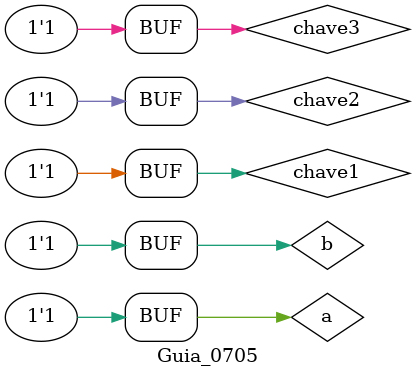
<source format=v>
/* 
Guia_0705.v 
855842 - Mateus Resende Ottoni

iverilog -o Guia_0705.vvp Guia_0705.v
vvp Guia_0705.vvp
*/



// Modulo
//----------------------------------------
module f05_s (output s,
              input a, b, chave1, chave2, chave3);

// Dados locais
wire s_g1, s_g2, s_g3, s_g4;
wire s_n,  s_a, s_o, s_xo;
wire s_g1_2, s_g3_4;
wire s_q1, s_q2;

wire s_not1, s_not2;
wire s_and, s_nand;
wire s_or, s_nor;
wire s_xor, s_xnor;

wire s_1, s_2, s_3, s_4, s_5, s_6, s_, s_8;

   not   NOT1   ( not_chave1,   chave1);
   not   NOT2   ( not_chave2,   chave2);
   not   NOT3   ( not_chave3,   chave3);

// Porta 1 e 2 (NOT)
   not   NOT4   (        s_1,        a);
   and   AND1   (     s_not1,      s_1,  not_chave1); // Seleção com uso da chave
   not   NOT5   (        s_2,        b);
   and   AND2   (     s_not2,      s_2,      chave1); // Seleção com uso da chave
   or    OR1    (       s_g1,   s_not1,      s_not2);

// Porta 3 e 4 (AND e NAND)
   and   AND3   (        s_3,        a,           b);
   and   AND4   (      s_and,      s_3,  not_chave1); // Seleção com uso da chave
   nand  NAND1  (        s_4,        a,           b);
   and   AND5   (     s_nand,      s_4,      chave1); // Seleção com uso da chave
   or    OR2    (       s_g2,    s_and,      s_nand);

// Porta 5 e 6 (OR e NOR)
   or    NOR1   (        s_5,        a,           b);
   and   AND6   (       s_or,      s_5,  not_chave1); // Seleção com uso da chave
   nor   OR3    (        s_6,        a,           b);
   and   AND7   (      s_nor,      s_6,      chave1); // Seleção com uso da chave
   or    OR4    (       s_g3,    s_nor,        s_or);

// Porta 7 e 8 (XOR e XNOR)
   xor   XOR1   (        s_7,        a,           b);
   and   AND8   (      s_xor,      s_7,  not_chave1); // Seleção com uso da chave
   xnor  XNOR1  (        s_8,        a,           b);
   and   AND9   (     s_xnor,      s_8,      chave1); // Seleção com uso da chave
   or    OR5    (       s_g4,    s_xor,      s_xnor);

// Resultado
   // Quadra 1
   and   AND10  (        s_n,     s_g1,  not_chave2);
   and   AND11  (        s_a,     s_g2,      chave2);
   or    OR6    (     s_g1_2,      s_n,         s_a);
   and   AND12  (       s_q1,   s_g1_2,  not_chave3);
   // Quadra 2
   and   AND13  (        s_o,     s_g3,  not_chave2);
   and   AND14  (       s_xo,     s_g4,      chave2);
   or    OR7    (     s_g3_4,      s_o,        s_xo);
   and   AND15  (       s_q2,   s_g3_4,      chave3);

   or    OR8    (          s,     s_q1,        s_q2);


endmodule
//----------------------------------------




// Modulo principal
module Guia_0705; 

// Definir dados
reg a, b, chave1, chave2, chave3;
wire w_lu;

f05_s    f05 (w_lu, a, b, chave1, chave2, chave3);




 initial
  begin
   a      = 1'b0;
   b      = 1'b0;
   chave1 = 1'b0;
   chave2 = 1'b0;
   chave3 = 1'b0;
  end


// Main 
initial 
begin : main 

$display ( "Guia_0705" );

/*	Mostrar valores em tabela				*/
$display ( "" );
$display ( "______________________________________________________" );
$display ( "| a | b || chave 1 | chave 2 | chave 3 || resultado ||" );
$display ( "|---|---||---------|---------|---------||-----------||" );
$monitor ( "| %b | %b ||       %b |       %b |       %b ||         %b ||",
               a,   b,     chave1,     chave2,   chave3,        w_lu );
/*								*/

/*	Atualizar valores		*/

#1;  b = 1'b1;
#1;  b = 1'b0; a = 1'b1;
#1;  b = 1'b1;
#1;

/*					*/

/*	Separação			*/
$display ( "|---|---||---------|---------|---------||-----------||" );
#1;  b = 1'b0; a = 1'b0; chave1 = 1'b1;
/*					*/

/*	Atualizar valores		*/

#1;  b = 1'b1;
#1;  b = 1'b0; a = 1'b1;
#1;  b = 1'b1;
#1;

/*					*/

/*	Separação			*/
$display ( "|---|---||---------|---------|---------||-----------||" );
#1;  b = 1'b0; a = 1'b0; chave1 = 1'b0; chave2 = 1'b1;
/*					*/

/*	Atualizar valores		*/

#1;  b = 1'b1;
#1;  b = 1'b0; a = 1'b1;
#1;  b = 1'b1;
#1;

/*					*/

/*	Separação			*/
$display ( "|---|---||---------|---------|---------||-----------||" );
#1;  b = 1'b0; a = 1'b0; chave1 = 1'b1;
/*					*/

/*	Atualizar valores		*/

#1;  b = 1'b1;
#1;  b = 1'b0; a = 1'b1;
#1;  b = 1'b1;
#1;

/*					*/

/*	Separação			*/
$display ( "|---|---||---------|---------|---------||-----------||" );
#1;  b = 1'b0; a = 1'b0; chave1 = 1'b0; chave2 = 1'b0; chave3 = 1'b1;
/*					*/

/*	Atualizar valores		*/

#1;  b = 1'b1;
#1;  b = 1'b0; a = 1'b1;
#1;  b = 1'b1;
#1;

/*					*/

/*					*/

/*	Separação			*/
$display ( "|---|---||---------|---------|---------||-----------||" );
#1;  b = 1'b0; a = 1'b0; chave1 = 1'b1;
/*					*/

/*	Atualizar valores		*/

#1;  b = 1'b1;
#1;  b = 1'b0; a = 1'b1;
#1;  b = 1'b1;
#1;

/*					*/

/*	Separação			*/
$display ( "|---|---||---------|---------|---------||-----------||" );
#1;  b = 1'b0; a = 1'b0; chave1 = 1'b0; chave2 = 1'b1;
/*					*/

/*	Atualizar valores		*/

#1;  b = 1'b1;
#1;  b = 1'b0; a = 1'b1;
#1;  b = 1'b1;
#1;

/*					*/

/*	Separação			*/
$display ( "|---|---||---------|---------|---------||-----------||" );
#1;  b = 1'b0; a = 1'b0; chave1 = 1'b1;
/*					*/

/*	Atualizar valores		*/

#1;  b = 1'b1;
#1;  b = 1'b0; a = 1'b1;
#1;  b = 1'b1;
#1;

/*					*/

end // main 

endmodule // Guia_0705

/*	Previsão de Testes 		*/
/*
______________________________________________________
| a | b || chave 1 | chave 2 | chave 3 || resultado ||
|---|---||---------|---------|---------||-----------||
| 0 | 0 ||       0 |       0 |       0 ||         1 ||
| 0 | 1 ||       0 |       0 |       0 ||         1 ||
| 1 | 0 ||       0 |       0 |       0 ||         0 ||
| 1 | 1 ||       0 |       0 |       0 ||         0 ||
|---|---||---------|---------|---------||-----------||
| 0 | 0 ||       1 |       0 |       0 ||         1 ||
| 0 | 1 ||       1 |       0 |       0 ||         0 ||
| 1 | 0 ||       1 |       0 |       0 ||         1 ||
| 1 | 1 ||       1 |       0 |       0 ||         0 ||
|---|---||---------|---------|---------||-----------||
| 0 | 0 ||       0 |       1 |       0 ||         0 ||
| 0 | 1 ||       0 |       1 |       0 ||         0 ||
| 1 | 0 ||       0 |       1 |       0 ||         0 ||
| 1 | 1 ||       0 |       1 |       0 ||         1 ||
|---|---||---------|---------|---------||-----------||
| 0 | 0 ||       1 |       1 |       0 ||         1 ||
| 0 | 1 ||       1 |       1 |       0 ||         1 ||
| 1 | 0 ||       1 |       1 |       0 ||         1 ||
| 1 | 1 ||       1 |       1 |       0 ||         0 ||
|---|---||---------|---------|---------||-----------||
| 0 | 0 ||       0 |       0 |       1 ||         0 ||
| 0 | 1 ||       0 |       0 |       1 ||         1 ||
| 1 | 0 ||       0 |       0 |       1 ||         1 ||
| 1 | 1 ||       0 |       0 |       1 ||         1 ||
|---|---||---------|---------|---------||-----------||
| 0 | 0 ||       1 |       0 |       1 ||         1 ||
| 0 | 1 ||       1 |       0 |       1 ||         0 ||
| 1 | 0 ||       1 |       0 |       1 ||         0 ||
| 1 | 1 ||       1 |       0 |       1 ||         0 ||
|---|---||---------|---------|---------||-----------||
| 0 | 0 ||       0 |       1 |       1 ||         0 ||
| 0 | 1 ||       0 |       1 |       1 ||         1 ||
| 1 | 0 ||       0 |       1 |       1 ||         1 ||
| 1 | 1 ||       0 |       1 |       1 ||         0 ||
|---|---||---------|---------|---------||-----------||
| 0 | 0 ||       1 |       1 |       1 ||         1 ||
| 0 | 1 ||       1 |       1 |       1 ||         0 ||
| 1 | 0 ||       1 |       1 |       1 ||         0 ||
| 1 | 1 ||       1 |       1 |       1 ||         1 ||

*/
/*					*/

</source>
